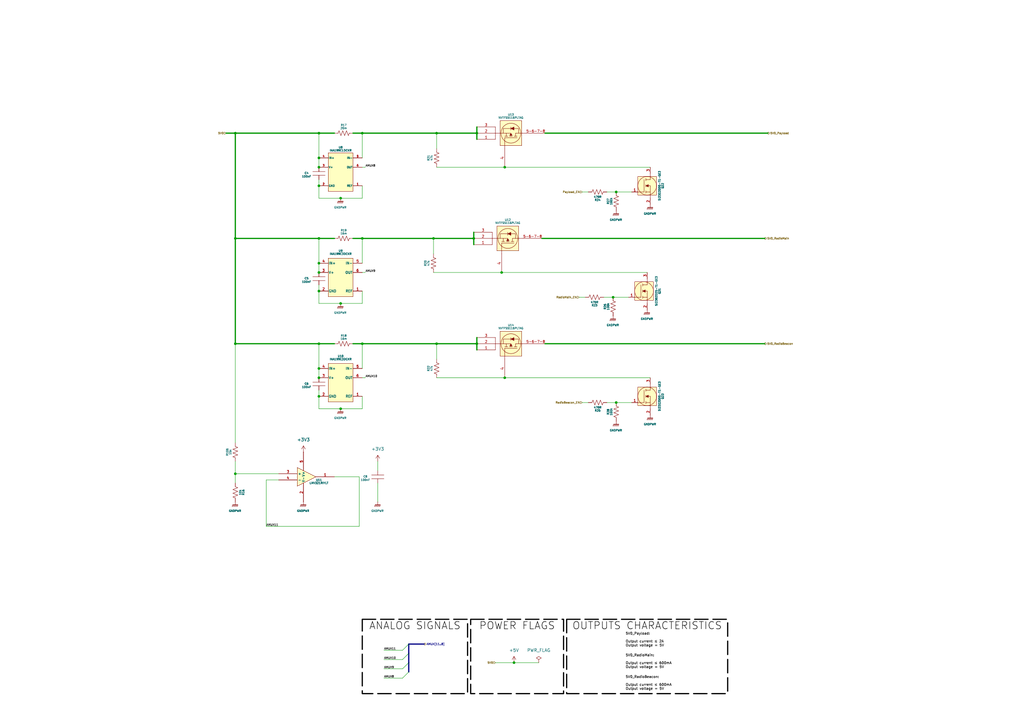
<source format=kicad_sch>
(kicad_sch (version 20231120) (generator "eeschema") (generator_version "8.0")
  (paper "A3")
  (title_block (title "Reliability Enhanced Electrical Power System") (date "2023-08-03") (rev "v0.0") (comment 1 "Davi Figueiredo <figueiredo.davi7@gmail.com> ") (comment 2 "João C. E. Barcellos <joaoclaudiobarcellos@gmail.com>") (comment 3 "Laura Debastiani <laudebastiani@gmail.com>"))
  (lib_symbols
    (symbol "C0603C104K5RACTU:C0603C104K5RACTU" (pin_numbers hide) (pin_names (offset 1.016) hide)
      (property "Reference" "C44" (at -5.08 -2.413 0))
      (property "Value" "100nF" (at -5.08 -3.81 0))
      (symbol "C0603C104K5RACTU_1_1"
        (polyline (pts (xy 2.54 -3.302) (xy -2.54 -3.302)))
        (polyline (pts (xy 2.54 -1.778) (xy -2.54 -1.778)))
        (pin passive line (at 0 0 270) (length 1.778) (name "1") (number "1"))
        (pin passive line (at 0 -5.08 90) (length 1.778) (name "2") (number "2"))
      )
    )
    (symbol "CRCW0603100KFKEAHP:CRCW0603100KFKEAHP" (pin_numbers hide) (pin_names hide)
      (property "Reference" "R?" (at 0 3.302 0))
      (property "Value" "100k" (at 0 2.032 0))
      (symbol "CRCW0603100KFKEAHP_0_1"
        (polyline (pts (xy -2.286 0) (xy -2.54 0)))
        (polyline (pts (xy 2.286 0) (xy 2.54 0)))
        (polyline (pts (xy -2.286 0) (xy -1.905 1.016) (xy -1.524 0) (xy -1.143 -1.016) (xy -0.762 0)))
        (polyline (pts (xy -0.762 0) (xy -0.381 1.016) (xy 0 0) (xy 0.381 -1.016) (xy 0.762 0)))
        (polyline (pts (xy 0.762 0) (xy 1.143 1.016) (xy 1.524 0) (xy 1.905 -1.016) (xy 2.286 0)))
      )
      (symbol "CRCW0603100KFKEAHP_1_0"
        (pin passive line (at -3.81 0 0) (length 1.27) (name "") (number "1"))
        (pin passive line (at 3.81 0 180) (length 1.27) (name "") (number "2"))
      )
    )
    (symbol "CRCW060315K0FKEAHP:CRCW060315K0FKEAHP" (pin_numbers hide) (pin_names hide)
      (property "Reference" "R?" (at 0 3.302 0))
      (property "Value" "15k" (at 0 2.032 0))
      (symbol "CRCW060315K0FKEAHP_0_1"
        (polyline (pts (xy -2.286 0) (xy -2.54 0)))
        (polyline (pts (xy 2.286 0) (xy 2.54 0)))
        (polyline (pts (xy -2.286 0) (xy -1.905 1.016) (xy -1.524 0) (xy -1.143 -1.016) (xy -0.762 0)))
        (polyline (pts (xy -0.762 0) (xy -0.381 1.016) (xy 0 0) (xy 0.381 -1.016) (xy 0.762 0)))
        (polyline (pts (xy 0.762 0) (xy 1.143 1.016) (xy 1.524 0) (xy 1.905 -1.016) (xy 2.286 0)))
      )
      (symbol "CRCW060315K0FKEAHP_1_0"
        (pin passive line (at -3.81 0 0) (length 1.27) (name "") (number "1"))
        (pin passive line (at 3.81 0 180) (length 1.27) (name "") (number "2"))
      )
    )
    (symbol "CRCW0603470RFKEAHP:CRCW0603470RFKEAHP" (pin_numbers hide) (pin_names hide)
      (property "Reference" "R?" (at 0 3.302 0))
      (property "Value" "470R" (at 0 2.032 0))
      (symbol "CRCW0603470RFKEAHP_0_1"
        (polyline (pts (xy -2.286 0) (xy -2.54 0)))
        (polyline (pts (xy 2.286 0) (xy 2.54 0)))
        (polyline (pts (xy -2.286 0) (xy -1.905 1.016) (xy -1.524 0) (xy -1.143 -1.016) (xy -0.762 0)))
        (polyline (pts (xy -0.762 0) (xy -0.381 1.016) (xy 0 0) (xy 0.381 -1.016) (xy 0.762 0)))
        (polyline (pts (xy 0.762 0) (xy 1.143 1.016) (xy 1.524 0) (xy 1.905 -1.016) (xy 2.286 0)))
      )
      (symbol "CRCW0603470RFKEAHP_1_0"
        (pin passive line (at -3.81 0 0) (length 1.27) (name "") (number "1"))
        (pin passive line (at 3.81 0 180) (length 1.27) (name "") (number "2"))
      )
    )
    (symbol "CRCW060347K0FKEAHP:CRCW060347K0FKEAHP" (pin_numbers hide) (pin_names hide)
      (property "Reference" "R?" (at 0 3.302 0))
      (property "Value" "47k" (at 0 2.032 0))
      (symbol "CRCW060347K0FKEAHP_0_1"
        (polyline (pts (xy -2.286 0) (xy -2.54 0)))
        (polyline (pts (xy 2.286 0) (xy 2.54 0)))
        (polyline (pts (xy -2.286 0) (xy -1.905 1.016) (xy -1.524 0) (xy -1.143 -1.016) (xy -0.762 0)))
        (polyline (pts (xy -0.762 0) (xy -0.381 1.016) (xy 0 0) (xy 0.381 -1.016) (xy 0.762 0)))
        (polyline (pts (xy 0.762 0) (xy 1.143 1.016) (xy 1.524 0) (xy 1.905 -1.016) (xy 2.286 0)))
      )
      (symbol "CRCW060347K0FKEAHP_1_0"
        (pin passive line (at -3.81 0 0) (length 1.27) (name "") (number "1"))
        (pin passive line (at 3.81 0 180) (length 1.27) (name "") (number "2"))
      )
    )
    (symbol "INA199C1DCKR:INA199C1DCKR" (pin_names (offset 0.127))
      (property "Reference" "U?" (at 0 10.668 0))
      (property "Value" "INA199C1DCKR" (at 0 9.398 0))
      (symbol "INA199C1DCKR_1_1"
        (rectangle (start -5.08 8.382) (end 5.08 -7.366) (fill (type background)))
        (pin input line (at 8.89 -5.08 180) (length 3.81) (name "REF") (number "1"))
        (pin power_in line (at -8.89 -5.08 0) (length 3.81) (name "GND") (number "2"))
        (pin power_in line (at -8.89 2.54 0) (length 3.81) (name "V+") (number "3"))
        (pin input line (at -8.89 6.35 0) (length 3.81) (name "IN+") (number "4"))
        (pin input line (at 8.89 6.35 180) (length 3.81) (name "IN-") (number "5"))
        (pin output line (at 8.89 2.54 180) (length 3.81) (name "OUT") (number "6"))
      )
    )
    (symbol "INA199C3DCKR:INA199C3DCKR" (pin_names (offset 0.127))
      (property "Reference" "U" (at 21.59 24.13 0))
      (property "Value" "INA199C3DCKR" (at 21.59 22.86 0))
      (symbol "INA199C3DCKR_1_1"
        (rectangle (start 16.51 21.082) (end 26.67 5.334) (fill (type background)))
        (pin input line (at 30.48 7.62 180) (length 3.81) (name "REF") (number "1"))
        (pin power_in line (at 12.7 7.62 0) (length 3.81) (name "GND") (number "2"))
        (pin power_in line (at 12.7 15.24 0) (length 3.81) (name "V+") (number "3"))
        (pin input line (at 12.7 19.05 0) (length 3.81) (name "IN+") (number "4"))
        (pin input line (at 30.48 19.05 180) (length 3.81) (name "IN-") (number "5"))
        (pin output line (at 30.48 15.24 180) (length 3.81) (name "OUT") (number "6"))
      )
    )
    (symbol "LMV321RIYLT:LMV321RIYLT" (pin_names (offset 0.254))
      (property "Reference" "U" (at 6.35 0 0))
      (property "Value" "LMV321RIYLT" (at 6.35 -1.27 0))
      (symbol "LMV321RIYLT_1_1"
        (polyline (pts (xy -2.54 5.08) (xy -2.54 -2.54) (xy 5.08 1.27) (xy -2.54 5.08)) (fill (type background)))
        (pin output line (at 12.7 1.27 180) (length 7.62) (name "") (number "1"))
        (pin power_in line (at 0 -8.89 90) (length 7.62) (name "V-") (number "2"))
        (pin input line (at -10.16 2.54 0) (length 7.62) (name "+") (number "3"))
        (pin input line (at -10.16 0 0) (length 7.62) (name "-") (number "4"))
        (pin power_in line (at 0 11.43 270) (length 7.62) (name "V+") (number "5"))
      )
    )
    (symbol "NVTFS5116PLWFTAG:NVTFS5116PLTAG" (pin_names (offset 0.254))
      (property "Reference" "U" (at 27.94 -13.97 90))
      (property "Value" "NVTFS5116PLTAG" (at 26.67 -13.97 90))
      (symbol "NVTFS5116PLTAG_0_1"
        (polyline (pts (xy 13.97 -16.51) (xy 18.415 -16.51)))
        (polyline (pts (xy 18.415 -11.43) (xy 18.415 -16.51)))
        (polyline (pts (xy 19.05 -16.51) (xy 19.05 -15.24)))
        (polyline (pts (xy 19.05 -15.875) (xy 20.32 -15.875)))
        (polyline (pts (xy 19.05 -14.605) (xy 19.05 -13.335)))
        (polyline (pts (xy 19.05 -13.97) (xy 20.32 -13.97)))
        (polyline (pts (xy 19.05 -12.7) (xy 19.05 -11.43)))
        (polyline (pts (xy 19.05 -12.065) (xy 20.32 -12.065)))
        (polyline (pts (xy 19.685 -13.462) (xy 19.685 -13.462)))
        (polyline (pts (xy 20.32 -13.97) (xy 20.32 -20.32)))
        (polyline (pts (xy 20.32 -12.065) (xy 20.32 -7.62)))
        (polyline (pts (xy 21.59 -13.97) (xy 22.86 -13.97)))
        (polyline (pts (xy 22.86 -20.32) (xy 17.78 -20.32)))
        (polyline (pts (xy 20.32 -10.795) (xy 22.225 -10.795) (xy 22.225 -17.145) (xy 20.32 -17.145)))
        (circle (center 20.32 -13.97) (radius 4.066))
      )
      (symbol "NVTFS5116PLTAG_1_1"
        (polyline (pts (xy 19.431 -13.462) (xy 19.431 -14.478) (xy 20.193 -13.97) (xy 19.431 -13.462)) (fill (type outline)))
        (polyline (pts (xy 21.59 -12.7) (xy 22.86 -12.7) (xy 22.225 -13.97) (xy 21.59 -12.7)) (fill (type outline)))
        (rectangle (start 15.24 -9.525) (end 25.4 -18.415) (fill (type background)))
        (pin passive line (at 17.78 -27.94 90) (length 7.62) (name "") (number "1"))
        (pin passive line (at 20.32 -27.94 90) (length 7.62) (name "") (number "2"))
        (pin passive line (at 22.86 -27.94 90) (length 7.62) (name "") (number "3"))
        (pin passive line (at 6.35 -16.51 0) (length 7.62) (name "") (number "4"))
        (pin passive line (at 20.32 0 270) (length 7.62) (name "") (number "5-6-7-8"))
      )
    )
    (symbol "RC0805FR-0710KL:RC0805FR-0710KL" (pin_numbers hide) (pin_names hide)
      (property "Reference" "R?" (at 0 3.302 0))
      (property "Value" "10k" (at 0 2.032 0))
      (symbol "RC0805FR-0710KL_0_1"
        (polyline (pts (xy -2.286 0) (xy -2.54 0)))
        (polyline (pts (xy 2.286 0) (xy 2.54 0)))
        (polyline (pts (xy -2.286 0) (xy -1.905 1.016) (xy -1.524 0) (xy -1.143 -1.016) (xy -0.762 0)))
        (polyline (pts (xy -0.762 0) (xy -0.381 1.016) (xy 0 0) (xy 0.381 -1.016) (xy 0.762 0)))
        (polyline (pts (xy 0.762 0) (xy 1.143 1.016) (xy 1.524 0) (xy 1.905 -1.016) (xy 2.286 0)))
      )
      (symbol "RC0805FR-0710KL_1_0"
        (pin passive line (at -3.81 0 0) (length 1.27) (name "") (number "1"))
        (pin passive line (at 3.81 0 180) (length 1.27) (name "") (number "2"))
      )
    )
    (symbol "SI2302DDS-T1-GE3:SI2302DDS-T1-GE3" (pin_names hide)
      (property "Reference" "Q" (at 12.7 2.54 90))
      (property "Value" "SI2302DDS-T1-GE3" (at 11.43 2.54 90))
      (symbol "SI2302DDS-T1-GE3_1_1"
        (polyline (pts (xy 2.54 0) (xy 5.08 0)))
        (polyline (pts (xy 5.08 5.08) (xy 5.08 0)))
        (polyline (pts (xy 5.842 -0.508) (xy 5.842 0.508)))
        (polyline (pts (xy 5.842 0) (xy 7.62 0)))
        (polyline (pts (xy 5.842 2.032) (xy 5.842 3.048)))
        (polyline (pts (xy 5.842 5.588) (xy 5.842 4.572)))
        (polyline (pts (xy 7.62 2.54) (xy 5.842 2.54)))
        (polyline (pts (xy 7.62 2.54) (xy 7.62 -2.54)))
        (polyline (pts (xy 7.62 5.08) (xy 5.842 5.08)))
        (polyline (pts (xy 7.62 5.08) (xy 7.62 7.62)))
        (polyline (pts (xy 5.842 2.54) (xy 6.858 3.048) (xy 6.858 2.032) (xy 5.842 2.54)) (fill (type outline)))
        (rectangle (start 2.54 6.35) (end 10.16 -1.27) (fill (type background)))
        (circle (center 6.35 2.54) (radius 3.81))
        (pin passive line (at 0 0 0) (length 2.54) (name "G") (number "1"))
        (pin passive line (at 7.62 -5.08 90) (length 2.54) (name "S") (number "2"))
        (pin passive line (at 7.62 10.16 270) (length 2.54) (name "D") (number "3"))
      )
    )
    (symbol "WSL2010R0160FEA:WSL2010R0160FEA" (pin_numbers hide) (pin_names hide)
      (property "Reference" "R?" (at 0 3.302 0))
      (property "Value" "16m" (at 0 2.032 0))
      (symbol "WSL2010R0160FEA_0_1"
        (polyline (pts (xy -2.286 0) (xy -2.54 0)))
        (polyline (pts (xy 2.286 0) (xy 2.54 0)))
        (polyline (pts (xy -2.286 0) (xy -1.905 1.016) (xy -1.524 0) (xy -1.143 -1.016) (xy -0.762 0)))
        (polyline (pts (xy -0.762 0) (xy -0.381 1.016) (xy 0 0) (xy 0.381 -1.016) (xy 0.762 0)))
        (polyline (pts (xy 0.762 0) (xy 1.143 1.016) (xy 1.524 0) (xy 1.905 -1.016) (xy 2.286 0)))
      )
      (symbol "WSL2010R0160FEA_1_0"
        (pin passive line (at -3.81 0 0) (length 1.27) (name "") (number "1"))
        (pin passive line (at 3.81 0 180) (length 1.27) (name "") (number "2"))
      )
    )
    (symbol "WSL2010R0200FEA:WSL2010R0200FEA" (pin_numbers hide) (pin_names hide)
      (property "Reference" "R?" (at 0 3.302 0))
      (property "Value" "20m" (at 0 2.032 0))
      (symbol "WSL2010R0200FEA_0_1"
        (polyline (pts (xy -2.286 0) (xy -2.54 0)))
        (polyline (pts (xy 2.286 0) (xy 2.54 0)))
        (polyline (pts (xy -2.286 0) (xy -1.905 1.016) (xy -1.524 0) (xy -1.143 -1.016) (xy -0.762 0)))
        (polyline (pts (xy -0.762 0) (xy -0.381 1.016) (xy 0 0) (xy 0.381 -1.016) (xy 0.762 0)))
        (polyline (pts (xy 0.762 0) (xy 1.143 1.016) (xy 1.524 0) (xy 1.905 -1.016) (xy 2.286 0)))
      )
      (symbol "WSL2010R0200FEA_1_0"
        (pin passive line (at -3.81 0 0) (length 1.27) (name "") (number "1"))
        (pin passive line (at 3.81 0 180) (length 1.27) (name "") (number "2"))
      )
    )
    (symbol "power:+3V3" (power) (pin_numbers hide) (pin_names (offset 0) hide)
      (property "Value" "+3V3" (at 0 3.556 0))
      (symbol "+3V3_0_1"
        (polyline (pts (xy -0.762 1.27) (xy 0 2.54)))
        (polyline (pts (xy 0 0) (xy 0 2.54)))
        (polyline (pts (xy 0 2.54) (xy 0.762 1.27)))
      )
      (symbol "+3V3_1_1"
        (pin power_in line (at 0 0 90) (length 0) (name "~") (number "1"))
      )
    )
    (symbol "power:+5V" (power) (pin_numbers hide) (pin_names (offset 0) hide)
      (property "Value" "+5V" (at 0 3.556 0))
      (symbol "+5V_0_1"
        (polyline (pts (xy -0.762 1.27) (xy 0 2.54)))
        (polyline (pts (xy 0 0) (xy 0 2.54)))
        (polyline (pts (xy 0 2.54) (xy 0.762 1.27)))
      )
      (symbol "+5V_1_1"
        (pin power_in line (at 0 0 90) (length 0) (name "~") (number "1"))
      )
    )
    (symbol "power:GNDPWR" (power) (pin_numbers hide) (pin_names (offset 0) hide)
      (property "Value" "GNDPWR" (at 0 -3.302 0))
      (symbol "GNDPWR_0_1"
        (polyline (pts (xy 0 -1.27) (xy 0 0)))
        (polyline (pts (xy -1.016 -1.27) (xy -1.27 -2.032) (xy -1.27 -2.032)) (stroke (width 0.2032)))
        (polyline (pts (xy -0.508 -1.27) (xy -0.762 -2.032) (xy -0.762 -2.032)) (stroke (width 0.2032)))
        (polyline (pts (xy 0 -1.27) (xy -0.254 -2.032) (xy -0.254 -2.032)) (stroke (width 0.2032)))
        (polyline (pts (xy 0.508 -1.27) (xy 0.254 -2.032) (xy 0.254 -2.032)) (stroke (width 0.2032)))
        (polyline (pts (xy 1.016 -1.27) (xy -1.016 -1.27) (xy -1.016 -1.27)) (stroke (width 0.2032)))
        (polyline (pts (xy 1.016 -1.27) (xy 0.762 -2.032) (xy 0.762 -2.032) (xy 0.762 -2.032)) (stroke (width 0.2032)))
      )
      (symbol "GNDPWR_1_1"
        (pin power_in line (at 0 0 270) (length 0) (name "~") (number "1"))
      )
    )
    (symbol "power:PWR_FLAG" (power) (pin_numbers hide) (pin_names (offset 0) hide)
      (property "Value" "PWR_FLAG" (at 0 3.81 0))
      (symbol "PWR_FLAG_0_0"
        (pin power_out line (at 0 0 90) (length 0) (name "~") (number "1"))
      )
      (symbol "PWR_FLAG_0_1"
        (polyline (pts (xy 0 0) (xy 0 1.27) (xy -1.016 1.905) (xy 0 2.54) (xy 1.016 1.905) (xy 0 1.27)))
      )
    )
  )
  (junction (at 130.81 68.58))
  (junction (at 130.81 54.61))
  (junction (at 130.81 76.2))
  (junction (at 130.81 107.95))
  (junction (at 130.81 140.97))
  (junction (at 96.52 140.97))
  (junction (at 148.59 140.97))
  (junction (at 195.58 140.97))
  (junction (at 139.7 167.64))
  (junction (at 139.7 81.28))
  (junction (at 130.81 154.94))
  (junction (at 148.59 54.61))
  (junction (at 194.31 97.79))
  (junction (at 179.07 140.97))
  (junction (at 130.81 151.13))
  (junction (at 251.46 121.92))
  (junction (at 207.01 68.58))
  (junction (at 210.82 271.78))
  (junction (at 177.8 97.79))
  (junction (at 207.01 154.94))
  (junction (at 130.81 162.56))
  (junction (at 96.52 54.61))
  (junction (at 130.81 64.77))
  (junction (at 96.52 194.31))
  (junction (at 130.81 119.38))
  (junction (at 252.73 78.74))
  (junction (at 130.81 97.79))
  (junction (at 139.7 124.46))
  (junction (at 205.74 111.76))
  (junction (at 252.73 165.1))
  (junction (at 195.58 54.61))
  (junction (at 96.52 97.79))
  (junction (at 179.07 54.61))
  (junction (at 130.81 111.76))
  (junction (at 148.59 97.79))
  (bus_entry (at 165.1 266.7) (size 2.54 -2.54))
  (bus_entry (at 165.1 278.13) (size 2.54 -2.54))
  (bus_entry (at 165.1 274.32) (size 2.54 -2.54))
  (bus_entry (at 165.1 270.51) (size 2.54 -2.54))
  (wire (pts (xy 165.1 266.7) (xy 157.48 266.7)))
  (wire (pts (xy 148.59 162.56) (xy 148.59 167.64)))
  (wire (pts (xy 130.81 107.95) (xy 130.81 111.76)))
  (wire (pts (xy 148.59 124.46) (xy 139.7 124.46)))
  (wire (pts (xy 130.81 54.61) (xy 137.16 54.61)) (stroke (width 0.5)))
  (wire (pts (xy 130.81 54.61) (xy 130.81 64.77)))
  (wire (pts (xy 252.73 78.74) (xy 259.08 78.74)))
  (wire (pts (xy 165.1 274.32) (xy 157.48 274.32)))
  (wire (pts (xy 96.52 97.79) (xy 130.81 97.79)) (stroke (width 0.5)))
  (wire (pts (xy 144.78 140.97) (xy 148.59 140.97)) (stroke (width 0.5)))
  (wire (pts (xy 148.59 54.61) (xy 148.59 64.77)))
  (wire (pts (xy 148.59 97.79) (xy 177.8 97.79)) (stroke (width 0.5)))
  (wire (pts (xy 165.1 278.13) (xy 157.48 278.13)))
  (wire (pts (xy 130.81 97.79) (xy 130.81 107.95)))
  (wire (pts (xy 148.59 76.2) (xy 148.59 81.28)))
  (wire (pts (xy 148.59 54.61) (xy 179.07 54.61)) (stroke (width 0.5)))
  (wire (pts (xy 207.01 154.94) (xy 266.7 154.94)))
  (wire (pts (xy 179.07 154.94) (xy 207.01 154.94)))
  (wire (pts (xy 148.59 167.64) (xy 139.7 167.64)))
  (wire (pts (xy 223.52 140.97) (xy 313.69 140.97)) (stroke (width 0.5)))
  (wire (pts (xy 130.81 167.64) (xy 139.7 167.64)))
  (wire (pts (xy 148.59 140.97) (xy 179.07 140.97)) (stroke (width 0.5)))
  (wire (pts (xy 241.3 165.1) (xy 238.76 165.1)))
  (wire (pts (xy 248.92 78.74) (xy 252.73 78.74)))
  (wire (pts (xy 96.52 189.23) (xy 96.52 194.31)))
  (wire (pts (xy 207.01 68.58) (xy 266.7 68.58)))
  (wire (pts (xy 144.78 97.79) (xy 148.59 97.79)) (stroke (width 0.5)))
  (wire (pts (xy 177.8 97.79) (xy 177.8 104.14)))
  (wire (pts (xy 96.52 54.61) (xy 130.81 54.61)) (stroke (width 0.5)))
  (wire (pts (xy 130.81 116.84) (xy 130.81 119.38)))
  (wire (pts (xy 114.3 196.85) (xy 109.22 196.85)))
  (wire (pts (xy 130.81 151.13) (xy 130.81 154.94)))
  (wire (pts (xy 241.3 78.74) (xy 238.76 78.74)))
  (wire (pts (xy 130.81 64.77) (xy 130.81 68.58)))
  (wire (pts (xy 177.8 111.76) (xy 205.74 111.76)))
  (wire (pts (xy 96.52 97.79) (xy 96.52 140.97)) (stroke (width 0.5)))
  (wire (pts (xy 148.59 97.79) (xy 148.59 107.95)))
  (wire (pts (xy 195.58 138.43) (xy 195.58 140.97)) (stroke (width 0.5)))
  (wire (pts (xy 251.46 121.92) (xy 257.81 121.92)))
  (wire (pts (xy 130.81 160.02) (xy 130.81 162.56)))
  (wire (pts (xy 240.03 121.92) (xy 237.49 121.92)))
  (wire (pts (xy 130.81 124.46) (xy 139.7 124.46)))
  (wire (pts (xy 130.81 162.56) (xy 130.81 167.64)))
  (wire (pts (xy 179.07 140.97) (xy 179.07 147.32)))
  (wire (pts (xy 92.71 54.61) (xy 96.52 54.61)) (stroke (width 0.5)))
  (wire (pts (xy 252.73 165.1) (xy 259.08 165.1)))
  (wire (pts (xy 148.59 119.38) (xy 148.59 124.46)))
  (wire (pts (xy 210.82 271.78) (xy 220.98 271.78)))
  (wire (pts (xy 247.65 121.92) (xy 251.46 121.92)))
  (wire (pts (xy 165.1 270.51) (xy 157.48 270.51)))
  (wire (pts (xy 109.22 215.9) (xy 147.32 215.9)))
  (wire (pts (xy 148.59 154.94) (xy 149.86 154.94)))
  (bus (pts (xy 167.64 271.78) (xy 167.64 275.59)) (stroke (width 0.5)))
  (wire (pts (xy 109.22 196.85) (xy 109.22 215.9)))
  (wire (pts (xy 96.52 194.31) (xy 96.52 198.12)))
  (wire (pts (xy 195.58 54.61) (xy 195.58 57.15)) (stroke (width 0.5)))
  (wire (pts (xy 148.59 140.97) (xy 148.59 151.13)))
  (bus (pts (xy 167.64 264.16) (xy 167.64 267.97)) (stroke (width 0.5)))
  (wire (pts (xy 177.8 97.79) (xy 194.31 97.79)) (stroke (width 0.5)))
  (wire (pts (xy 223.52 54.61) (xy 314.96 54.61)) (stroke (width 0.5)))
  (wire (pts (xy 154.94 198.12) (xy 154.94 205.74)))
  (wire (pts (xy 203.2 271.78) (xy 210.82 271.78)))
  (wire (pts (xy 195.58 52.07) (xy 195.58 54.61)) (stroke (width 0.5)))
  (wire (pts (xy 194.31 97.79) (xy 194.31 100.33)) (stroke (width 0.5)))
  (wire (pts (xy 130.81 119.38) (xy 130.81 124.46)))
  (wire (pts (xy 130.81 73.66) (xy 130.81 76.2)))
  (bus (pts (xy 173.99 264.16) (xy 167.64 264.16)) (stroke (width 0.5)))
  (wire (pts (xy 130.81 81.28) (xy 130.81 76.2)))
  (wire (pts (xy 148.59 68.58) (xy 149.86 68.58)))
  (wire (pts (xy 148.59 81.28) (xy 139.7 81.28)))
  (wire (pts (xy 147.32 195.58) (xy 147.32 215.9)))
  (wire (pts (xy 194.31 95.25) (xy 194.31 97.79)) (stroke (width 0.5)))
  (wire (pts (xy 195.58 140.97) (xy 195.58 143.51)) (stroke (width 0.5)))
  (wire (pts (xy 130.81 81.28) (xy 139.7 81.28)))
  (wire (pts (xy 137.16 195.58) (xy 147.32 195.58)))
  (wire (pts (xy 179.07 54.61) (xy 179.07 60.96)))
  (wire (pts (xy 179.07 68.58) (xy 207.01 68.58)))
  (wire (pts (xy 130.81 140.97) (xy 130.81 151.13)))
  (wire (pts (xy 205.74 111.76) (xy 265.43 111.76)))
  (wire (pts (xy 130.81 140.97) (xy 137.16 140.97)) (stroke (width 0.5)))
  (wire (pts (xy 248.92 165.1) (xy 252.73 165.1)))
  (wire (pts (xy 148.59 111.76) (xy 149.86 111.76)))
  (wire (pts (xy 154.94 189.23) (xy 154.94 193.04)))
  (wire (pts (xy 144.78 54.61) (xy 148.59 54.61)) (stroke (width 0.5)))
  (wire (pts (xy 96.52 140.97) (xy 96.52 181.61)))
  (wire (pts (xy 130.81 97.79) (xy 137.16 97.79)) (stroke (width 0.5)))
  (wire (pts (xy 96.52 54.61) (xy 96.52 97.79)) (stroke (width 0.5)))
  (bus (pts (xy 167.64 267.97) (xy 167.64 271.78)) (stroke (width 0.5)))
  (wire (pts (xy 222.25 97.79) (xy 313.69 97.79)) (stroke (width 0.5)))
  (wire (pts (xy 179.07 54.61) (xy 195.58 54.61)) (stroke (width 0.5)))
  (wire (pts (xy 96.52 194.31) (xy 114.3 194.31)))
  (wire (pts (xy 96.52 140.97) (xy 130.81 140.97)) (stroke (width 0.5)))
  (wire (pts (xy 179.07 140.97) (xy 195.58 140.97)) (stroke (width 0.5)))
  (rectangle (start 232.41 254) (end 298.45 284.48) (stroke (width 0.5) (type dash) (color 0 0 0 1)))
  (rectangle (start 148.59 254) (end 191.77 284.48) (stroke (width 0.5) (type dash) (color 0 0 0 1)))
  (rectangle (start 193.04 254) (end 231.14 284.48) (stroke (width 0.5) (type dash) (color 0 0 0 1)))
  (text_box "ANALOG SIGNALS" (at 148.59 254 0) (size 43.18 5.08) (stroke (width -0.0001)) (effects (font (size 3 3) (thickness 0.2) (bold yes))))
  (text_box "POWER FLAGS" (at 193.04 254 0) (size 38.1 5.08) (stroke (width -0.0001)) (effects (font (size 3 3) (thickness 0.2) (bold yes))))
  (text_box "OUTPUTS CHARACTERISTICS" (at 232.41 254 0) (size 66.04 5.08) (stroke (width -0.0001)) (effects (font (size 3 3) (thickness 0.2) (bold yes))))
  (text "5V0_RadioMain: \n\nOutput current ≤ 600mA\nOutput voltage = 5V" (at 256.54 274.32 0) (effects (font (size 1 1)) (justify left bottom)))
  (text "5V0_Payload: \n\nOutput current ≤ 2A\nOutput voltage = 5V\n" (at 256.54 265.43 0) (effects (font (size 1 1)) (justify left bottom)))
  (text "5V0_RadioBeacon:\n\nOutput current ≤ 600mA\nOutput voltage = 5V\n" (at 256.54 283.21 0) (effects (font (size 1 1)) (justify left bottom)))
  (label "AMUX8" (at 157.48 278.13 0) (effects (font (size 0.8 0.8))))
  (label "AMUX9" (at 157.48 274.32 0) (effects (font (size 0.8 0.8))))
  (label "AMUX10" (at 149.86 154.94 0) (effects (font (size 0.8 0.8))))
  (label "AMUX11" (at 157.48 266.7 0) (effects (font (size 0.8 0.8))))
  (label "AMUX8" (at 149.86 68.58 0) (effects (font (size 0.8 0.8))))
  (label "AMUX10" (at 157.48 270.51 0) (effects (font (size 0.8 0.8))))
  (label "AMUX11" (at 109.22 215.9 0) (effects (font (size 0.8 0.8))))
  (label "AMUX9" (at 149.86 111.76 0) (effects (font (size 0.8 0.8))))
  (hierarchical_label "AMUX[11..8]" (shape output) (at 173.99 264.16 0) (effects (font (size 0.8 0.8))))
  (hierarchical_label "5V0" (shape input) (at 203.2 271.78 180) (effects (font (size 0.8 0.8))))
  (hierarchical_label "5V0_RadioMain" (shape output) (at 313.69 97.79 0) (effects (font (size 0.8 0.8))))
  (hierarchical_label "5V0_Payload" (shape output) (at 314.96 54.61 0) (effects (font (size 0.8 0.8))))
  (hierarchical_label "RadioMain_EN" (shape input) (at 237.49 121.92 180) (effects (font (size 0.8 0.8))))
  (hierarchical_label "5V0_RadioBeacon" (shape output) (at 313.69 140.97 0) (effects (font (size 0.8 0.8))))
  (hierarchical_label "5V0" (shape input) (at 92.71 54.61 180) (effects (font (size 0.8 0.8))))
  (hierarchical_label "Payload_EN" (shape input) (at 238.76 78.74 180) (effects (font (size 0.8 0.8))))
  (hierarchical_label "RadioBeacon_EN" (shape input) (at 238.76 165.1 180) (effects (font (size 0.8 0.8))))
  (symbol (lib_id "NVTFS5116PLWFTAG:NVTFS5116PLTAG") (at 223.52 161.29 270) (mirror x) (unit 1)
    (property "Reference" "U14" (at 209.55 133.35 90) (effects (font (size 0.8 0.8))))
    (property "Value" "NVTFS5116PLTAG" (at 209.55 134.62 90) (effects (font (size 0.8 0.8))))
    (property "Footprint" "footprints:NVTFS5116PLTAG" (effects (hide yes)))
    (property "Datasheet" "https://br.mouser.com/datasheet/2/308/1/NVTFS5116PL_D-2319932.pdf" (effects (hide yes)))
    (property "Package" "WDFN-8 " (effects (hide yes)))
    (property "MPN" "NVTFS5116PLTAG" (effects (hide yes)))
    (property "Manufacturer" "onsemi" (effects (hide yes)))
  )
  (symbol (lib_id "CRCW060315K0FKEAHP:CRCW060315K0FKEAHP") (at 96.52 185.42 90) (unit 1)
    (property "Reference" "R106" (at 93.218 185.42 0) (effects (font (size 0.8 0.8))))
    (property "Value" "15k" (at 94.488 185.42 0) (effects (font (size 0.8 0.8))))
    (property "Footprint" "footprints:CRCW060315K0FKEAHP" (effects (hide yes)))
    (property "Datasheet" "https://www.vishay.com/docs/20043/crcwhpe3.pdf" (effects (hide yes)))
    (property "Description" "Resistor, 0.33W, 15k, 1%" (effects (hide yes)))
    (property "Manufacturer" "Vishay" (effects (hide yes)))
    (property "Package" "SMD 0603" (effects (hide yes)))
    (property "MPN" "CRCW060315K0FKEAHP" (effects (hide yes)))
  )
  (symbol (lib_id "NVTFS5116PLWFTAG:NVTFS5116PLTAG") (at 222.25 118.11 270) (mirror x) (unit 1)
    (property "Reference" "U12" (at 208.28 90.17 90) (effects (font (size 0.8 0.8))))
    (property "Value" "NVTFS5116PLTAG" (at 208.28 91.44 90) (effects (font (size 0.8 0.8))))
    (property "Footprint" "footprints:NVTFS5116PLTAG" (effects (hide yes)))
    (property "Datasheet" "https://br.mouser.com/datasheet/2/308/1/NVTFS5116PL_D-2319932.pdf" (effects (hide yes)))
    (property "Package" "WDFN-8 " (effects (hide yes)))
    (property "MPN" "NVTFS5116PLTAG" (effects (hide yes)))
    (property "Manufacturer" "onsemi" (effects (hide yes)))
  )
  (symbol (lib_id "WSL2010R0160FEA:WSL2010R0160FEA") (at 140.97 140.97 0) (unit 1)
    (property "Reference" "R18" (at 140.97 137.668 0) (effects (font (size 0.8 0.8))))
    (property "Value" "16m" (at 140.97 138.938 0) (effects (font (size 0.8 0.8))))
    (property "Footprint" "footprints:WSL2010R0160FEA" (effects (hide yes)))
    (property "Datasheet" "https://www.vishay.com/docs/30100/wsl.pdf" (effects (hide yes)))
    (property "Description" "Current sense resistor, 0.5W, 0.016R, 1%" (effects (hide yes)))
    (property "MPN" "WSL2010R0160FEA" (effects (hide yes)))
    (property "Package" "SMD 2010" (effects (hide yes)))
    (property "Manufacturer" "Vishay" (effects (hide yes)))
  )
  (symbol (lib_id "power:+3V3") (at 124.46 185.42 0) (unit 1)
    (property "Reference" "#PWR014" (effects (hide yes)))
    (property "Value" "+3V3" (at 124.46 180.34 0))
    (property "Description" "Power symbol creates a global label with name \"+3V3\"" (effects (hide yes)))
  )
  (symbol (lib_id "CRCW060347K0FKEAHP:CRCW060347K0FKEAHP") (at 179.07 151.13 90) (unit 1)
    (property "Reference" "R22" (at 175.768 151.13 0) (effects (font (size 0.8 0.8))))
    (property "Value" "47k" (at 177.038 151.13 0) (effects (font (size 0.8 0.8))))
    (property "Footprint" "footprints:CRCW060347K0FKEAHP" (effects (hide yes)))
    (property "Datasheet" "https://www.vishay.com/docs/20043/crcwhpe3.pdf" (effects (hide yes)))
    (property "Description" "Resistor, 0.33W, 47k, 1%" (effects (hide yes)))
    (property "Manufacturer" "Vishay" (effects (hide yes)))
    (property "Package" "SMD 0603" (effects (hide yes)))
    (property "MPN" "CRCW060347K0FKEAHP" (effects (hide yes)))
    (instances (project "eps-re_project" (path "" (reference "R22") (unit 1))) (project "EPS Analogico" (path "" (reference "R2") (unit 1))))
  )
  (symbol (lib_id "NVTFS5116PLWFTAG:NVTFS5116PLTAG") (at 223.52 74.93 270) (mirror x) (unit 1)
    (property "Reference" "U13" (at 209.55 46.99 90) (effects (font (size 0.8 0.8))))
    (property "Value" "NVTFS5116PLTAG" (at 209.55 48.26 90) (effects (font (size 0.8 0.8))))
    (property "Footprint" "footprints:NVTFS5116PLTAG" (effects (hide yes)))
    (property "Datasheet" "https://br.mouser.com/datasheet/2/308/1/NVTFS5116PL_D-2319932.pdf" (effects (hide yes)))
    (property "Package" "WDFN-8 " (effects (hide yes)))
    (property "MPN" "NVTFS5116PLTAG" (effects (hide yes)))
    (property "Manufacturer" "onsemi" (effects (hide yes)))
  )
  (symbol (lib_id "CRCW060347K0FKEAHP:CRCW060347K0FKEAHP") (at 179.07 64.77 90) (unit 1)
    (property "Reference" "R21" (at 175.768 64.77 0) (effects (font (size 0.8 0.8))))
    (property "Value" "47k" (at 177.038 64.77 0) (effects (font (size 0.8 0.8))))
    (property "Footprint" "footprints:CRCW060347K0FKEAHP" (effects (hide yes)))
    (property "Datasheet" "https://www.vishay.com/docs/20043/crcwhpe3.pdf" (effects (hide yes)))
    (property "Description" "Resistor, 0.33W, 47k, 1%" (effects (hide yes)))
    (property "Manufacturer" "Vishay" (effects (hide yes)))
    (property "Package" "SMD 0603" (effects (hide yes)))
    (property "MPN" "CRCW060347K0FKEAHP" (effects (hide yes)))
    (instances (project "eps-re_project" (path "" (reference "R21") (unit 1))) (project "EPS Analogico" (path "" (reference "R2") (unit 1))))
  )
  (symbol (lib_id "CRCW0603470RFKEAHP:CRCW0603470RFKEAHP") (at 245.11 165.1 180) (unit 1)
    (property "Reference" "R25" (at 245.11 168.402 0) (effects (font (size 0.8 0.8))))
    (property "Value" "470R" (at 245.11 167.132 0) (effects (font (size 0.8 0.8))))
    (property "Footprint" "footprints:CRCW0603470RFKEAHP" (effects (hide yes)))
    (property "Datasheet" "https://www.vishay.com/docs/20043/crcwhpe3.pdf" (effects (hide yes)))
    (property "Description" "Resistor, 0.33W, 470R, 1%" (effects (hide yes)))
    (property "Manufacturer" "Vishay" (effects (hide yes)))
    (property "Package" "SMD 0603" (effects (hide yes)))
    (property "MPN" "CRCW0603470RFKEAHP" (effects (hide yes)))
    (instances (project "eps-re_project" (path "" (reference "R25") (unit 1))) (project "EPS Analogico" (path "" (reference "R4") (unit 1))))
  )
  (symbol (lib_id "power:GNDPWR") (at 139.7 167.64 0) (unit 1)
    (property "Reference" "#PWR024" (effects (hide yes)))
    (property "Value" "GNDPWR" (at 139.573 171.45 0) (effects (font (size 0.8 0.8))))
    (property "Description" "Power symbol creates a global label with name \"GNDPWR\" , global ground" (effects (hide yes)))
  )
  (symbol (lib_id "power:GNDPWR") (at 139.7 124.46 0) (unit 1)
    (property "Reference" "#PWR020" (effects (hide yes)))
    (property "Value" "GNDPWR" (at 139.573 128.27 0) (effects (font (size 0.8 0.8))))
    (property "Description" "Power symbol creates a global label with name \"GNDPWR\" , global ground" (effects (hide yes)))
  )
  (symbol (lib_id "C0603C104K5RACTU:C0603C104K5RACTU") (at 154.94 193.04 0) (unit 1)
    (property "Reference" "C8" (at 149.86 195.453 0) (effects (font (size 0.8 0.8))))
    (property "Value" "100nF" (at 149.86 196.85 0) (effects (font (size 0.8 0.8))))
    (property "Footprint" "footprints:C0603C104K5RACTU" (effects (hide yes)))
    (property "Datasheet" "https://br.mouser.com/datasheet/2/447/KEM_C1002_X7R_SMD-3316098.pdf" (effects (hide yes)))
    (property "Manufacturer" "KEMET" (effects (hide yes)))
    (property "MPN" "C0603C104K5RACTU" (effects (hide yes)))
    (property "Package" "SMD 0603" (effects (hide yes)))
  )
  (symbol (lib_id "SI2302DDS-T1-GE3:SI2302DDS-T1-GE3") (at 259.08 165.1 0) (unit 1)
    (property "Reference" "Q23" (at 271.78 162.56 90) (effects (font (size 0.8 0.8))))
    (property "Value" "SI2302DDS-T1-GE3" (at 270.51 162.56 90) (effects (font (size 0.8 0.8))))
    (property "Footprint" "footprints:SI2302DDS-T1-GE3" (effects (hide yes)))
    (property "Datasheet" "http://www.vishay.com/docs/63653/si2302dds.pdf" (effects (hide yes)))
    (property "Manufacturer" "Vishay" (effects (hide yes)))
    (property "MPN" "SI2302DDS-T1-GE3" (effects (hide yes)))
    (property "Package" "SOT-23-3 " (effects (hide yes)))
  )
  (symbol (lib_id "CRCW0603100KFKEAHP:CRCW0603100KFKEAHP") (at 252.73 82.55 90) (unit 1)
    (property "Reference" "R27" (at 249.428 82.55 0) (effects (font (size 0.8 0.8))))
    (property "Value" "100k" (at 250.698 82.55 0) (effects (font (size 0.8 0.8))))
    (property "Footprint" "footprints:CRCW0603100KFKEAHP" (effects (hide yes)))
    (property "Datasheet" "https://www.vishay.com/docs/20043/crcwhpe3.pdf" (effects (hide yes)))
    (property "Description" "Resistor, 0.33W, 100k, 1%" (effects (hide yes)))
    (property "Package" "SMD 0603" (effects (hide yes)))
    (property "Manufacturer" "Vishay" (effects (hide yes)))
    (property "MPN" "CRCW0603100KFKEAHP" (effects (hide yes)))
    (instances (project "eps-re_project" (path "" (reference "R27") (unit 1))) (project "EPS Analogico" (path "" (reference "R3") (unit 1))))
  )
  (symbol (lib_id "power:GNDPWR") (at 252.73 172.72 0) (unit 1)
    (property "Reference" "#PWR033" (effects (hide yes)))
    (property "Value" "GNDPWR" (at 252.603 176.53 0) (effects (font (size 0.8 0.8))))
    (property "Description" "Power symbol creates a global label with name \"GNDPWR\" , global ground" (effects (hide yes)))
  )
  (symbol (lib_id "power:GNDPWR") (at 266.7 170.18 0) (unit 1)
    (property "Reference" "#PWR075" (effects (hide yes)))
    (property "Value" "GNDPWR" (at 266.573 173.99 0) (effects (font (size 0.8 0.8))))
    (property "Description" "Power symbol creates a global label with name \"GNDPWR\" , global ground" (effects (hide yes)))
  )
  (symbol (lib_id "power:GNDPWR") (at 124.46 205.74 0) (unit 1)
    (property "Reference" "#PWR017" (effects (hide yes)))
    (property "Value" "GNDPWR" (at 124.333 209.55 0) (effects (font (size 0.8 0.8))))
    (property "Description" "Power symbol creates a global label with name \"GNDPWR\" , global ground" (effects (hide yes)))
  )
  (symbol (lib_id "C0603C104K5RACTU:C0603C104K5RACTU") (at 130.81 154.94 0) (unit 1)
    (property "Reference" "C6" (at 125.73 157.353 0) (effects (font (size 0.8 0.8))))
    (property "Value" "100nF" (at 125.73 158.75 0) (effects (font (size 0.8 0.8))))
    (property "Footprint" "footprints:C0603C104K5RACTU" (effects (hide yes)))
    (property "Datasheet" "https://br.mouser.com/datasheet/2/447/KEM_C1002_X7R_SMD-3316098.pdf" (effects (hide yes)))
    (property "Manufacturer" "KEMET" (effects (hide yes)))
    (property "MPN" "C0603C104K5RACTU" (effects (hide yes)))
    (property "Package" "SMD 0603" (effects (hide yes)))
    (instances (project "eps-re_project" (path "" (reference "C6") (unit 1))) (project "EPS Analogico" (path "" (reference "C1") (unit 1))))
  )
  (symbol (lib_id "INA199C3DCKR:INA199C3DCKR") (at 118.11 127 0) (unit 1)
    (property "Reference" "U9" (at 139.7 102.87 0) (effects (font (size 0.8 0.8))))
    (property "Value" "INA199C3DCKR" (at 139.7 104.14 0) (effects (font (size 0.8 0.8))))
    (property "Footprint" "footprints:INA199C3DCKR" (effects (hide yes)))
    (property "Datasheet" "https://www.ti.com/lit/ds/symlink/ina199.pdf?HQS=dis-mous-null-mousermode-dsf-pf-null-wwe&ts=1699134415152" (effects (hide yes)))
    (property "Package" "SC70-6" (effects (hide yes)))
    (property "Manufacturer" "TI" (effects (hide yes)))
    (property "MPN" "INA199C3DCKR" (effects (hide yes)))
  )
  (symbol (lib_id "power:PWR_FLAG") (at 220.98 271.78 0) (unit 1)
    (property "Reference" "#FLG011" (effects (hide yes)))
    (property "Value" "PWR_FLAG" (at 220.98 266.7 0))
    (property "Description" "Special symbol for telling ERC where power comes from" (effects (hide yes)))
  )
  (symbol (lib_id "WSL2010R0160FEA:WSL2010R0160FEA") (at 140.97 97.79 0) (unit 1)
    (property "Reference" "R19" (at 140.97 94.488 0) (effects (font (size 0.8 0.8))))
    (property "Value" "16m" (at 140.97 95.758 0) (effects (font (size 0.8 0.8))))
    (property "Footprint" "footprints:WSL2010R0160FEA" (effects (hide yes)))
    (property "Datasheet" "https://www.vishay.com/docs/30100/wsl.pdf" (effects (hide yes)))
    (property "Description" "Current sense resistor, 0.5W, 0.016R, 1%" (effects (hide yes)))
    (property "MPN" "WSL2010R0160FEA" (effects (hide yes)))
    (property "Package" "SMD 2010" (effects (hide yes)))
    (property "Manufacturer" "Vishay" (effects (hide yes)))
  )
  (symbol (lib_id "power:GNDPWR") (at 252.73 86.36 0) (unit 1)
    (property "Reference" "#PWR028" (effects (hide yes)))
    (property "Value" "GNDPWR" (at 252.603 90.17 0) (effects (font (size 0.8 0.8))))
    (property "Description" "Power symbol creates a global label with name \"GNDPWR\" , global ground" (effects (hide yes)))
  )
  (symbol (lib_id "power:+3V3") (at 154.94 189.23 0) (unit 1)
    (property "Reference" "#PWR025" (effects (hide yes)))
    (property "Value" "+3V3" (at 154.94 184.15 0))
    (property "Description" "Power symbol creates a global label with name \"+3V3\"" (effects (hide yes)))
  )
  (symbol (lib_id "SI2302DDS-T1-GE3:SI2302DDS-T1-GE3") (at 257.81 121.92 0) (unit 1)
    (property "Reference" "Q21" (at 270.51 119.38 90) (effects (font (size 0.8 0.8))))
    (property "Value" "SI2302DDS-T1-GE3" (at 269.24 119.38 90) (effects (font (size 0.8 0.8))))
    (property "Footprint" "footprints:SI2302DDS-T1-GE3" (effects (hide yes)))
    (property "Datasheet" "http://www.vishay.com/docs/63653/si2302dds.pdf" (effects (hide yes)))
    (property "Manufacturer" "Vishay" (effects (hide yes)))
    (property "MPN" "SI2302DDS-T1-GE3" (effects (hide yes)))
    (property "Package" "SOT-23-3 " (effects (hide yes)))
  )
  (symbol (lib_id "C0603C104K5RACTU:C0603C104K5RACTU") (at 130.81 111.76 0) (unit 1)
    (property "Reference" "C5" (at 125.73 114.173 0) (effects (font (size 0.8 0.8))))
    (property "Value" "100nF" (at 125.73 115.57 0) (effects (font (size 0.8 0.8))))
    (property "Footprint" "footprints:C0603C104K5RACTU" (effects (hide yes)))
    (property "Datasheet" "https://br.mouser.com/datasheet/2/447/KEM_C1002_X7R_SMD-3316098.pdf" (effects (hide yes)))
    (property "Manufacturer" "KEMET" (effects (hide yes)))
    (property "MPN" "C0603C104K5RACTU" (effects (hide yes)))
    (property "Package" "SMD 0603" (effects (hide yes)))
    (instances (project "eps-re_project" (path "" (reference "C5") (unit 1))) (project "EPS Analogico" (path "" (reference "C1") (unit 1))))
  )
  (symbol (lib_id "power:GNDPWR") (at 96.52 205.74 0) (unit 1)
    (property "Reference" "#PWR026" (effects (hide yes)))
    (property "Value" "GNDPWR" (at 96.393 209.55 0) (effects (font (size 0.8 0.8))))
    (property "Description" "Power symbol creates a global label with name \"GNDPWR\" , global ground" (effects (hide yes)))
  )
  (symbol (lib_id "power:GNDPWR") (at 251.46 129.54 0) (unit 1)
    (property "Reference" "#PWR027" (effects (hide yes)))
    (property "Value" "GNDPWR" (at 251.333 133.35 0) (effects (font (size 0.8 0.8))))
    (property "Description" "Power symbol creates a global label with name \"GNDPWR\" , global ground" (effects (hide yes)))
  )
  (symbol (lib_id "INA199C1DCKR:INA199C1DCKR") (at 139.7 71.12 0) (unit 1)
    (property "Reference" "U8" (at 139.7 60.452 0) (effects (font (size 0.8 0.8))))
    (property "Value" "INA199C1DCKR" (at 139.7 61.722 0) (effects (font (size 0.8 0.8))))
    (property "Footprint" "footprints:INA199C1DCKR" (effects (hide yes)))
    (property "Datasheet" "https://www.ti.com/lit/ds/symlink/ina199.pdf?ts=1720820884105&ref_url=https%253A%252F%252Fbr.mouser.com%252F" (effects (hide yes)))
    (property "Description" "Bi-directional current sense amplifier" (effects (hide yes)))
    (property "Package" "SC70-6" (effects (hide yes)))
    (property "Manufacturer" "Texas Instruments" (effects (hide yes)))
    (property "MPN" "INA199C1DCKR" (effects (hide yes)))
    (instances (project "eps-re_project" (path "" (reference "U8") (unit 1))) (project "EPS Analogico" (path "" (reference "U1") (unit 1))))
  )
  (symbol (lib_id "power:GNDPWR") (at 266.7 83.82 0) (unit 1)
    (property "Reference" "#PWR076" (effects (hide yes)))
    (property "Value" "GNDPWR" (at 266.573 87.63 0) (effects (font (size 0.8 0.8))))
    (property "Description" "Power symbol creates a global label with name \"GNDPWR\" , global ground" (effects (hide yes)))
  )
  (symbol (lib_id "C0603C104K5RACTU:C0603C104K5RACTU") (at 130.81 68.58 0) (unit 1)
    (property "Reference" "C4" (at 125.73 70.993 0) (effects (font (size 0.8 0.8))))
    (property "Value" "100nF" (at 125.73 72.39 0) (effects (font (size 0.8 0.8))))
    (property "Footprint" "footprints:C0603C104K5RACTU" (effects (hide yes)))
    (property "Datasheet" "https://br.mouser.com/datasheet/2/447/KEM_C1002_X7R_SMD-3316098.pdf" (effects (hide yes)))
    (property "Manufacturer" "KEMET" (effects (hide yes)))
    (property "MPN" "C0603C104K5RACTU" (effects (hide yes)))
    (property "Package" "SMD 0603" (effects (hide yes)))
    (instances (project "eps-re_project" (path "" (reference "C4") (unit 1))) (project "EPS Analogico" (path "" (reference "C1") (unit 1))))
  )
  (symbol (lib_id "CRCW0603100KFKEAHP:CRCW0603100KFKEAHP") (at 252.73 168.91 90) (unit 1)
    (property "Reference" "R28" (at 249.428 168.91 0) (effects (font (size 0.8 0.8))))
    (property "Value" "100k" (at 250.698 168.91 0) (effects (font (size 0.8 0.8))))
    (property "Footprint" "footprints:CRCW0603100KFKEAHP" (effects (hide yes)))
    (property "Datasheet" "https://www.vishay.com/docs/20043/crcwhpe3.pdf" (effects (hide yes)))
    (property "Description" "Resistor, 0.33W, 100k, 1%" (effects (hide yes)))
    (property "Package" "SMD 0603" (effects (hide yes)))
    (property "Manufacturer" "Vishay" (effects (hide yes)))
    (property "MPN" "CRCW0603100KFKEAHP" (effects (hide yes)))
    (instances (project "eps-re_project" (path "" (reference "R28") (unit 1))) (project "EPS Analogico" (path "" (reference "R3") (unit 1))))
  )
  (symbol (lib_id "INA199C3DCKR:INA199C3DCKR") (at 118.11 170.18 0) (unit 1)
    (property "Reference" "U10" (at 139.7 146.05 0) (effects (font (size 0.8 0.8))))
    (property "Value" "INA199C3DCKR" (at 139.7 147.32 0) (effects (font (size 0.8 0.8))))
    (property "Footprint" "footprints:INA199C3DCKR" (effects (hide yes)))
    (property "Datasheet" "https://www.ti.com/lit/ds/symlink/ina199.pdf?HQS=dis-mous-null-mousermode-dsf-pf-null-wwe&ts=1699134415152" (effects (hide yes)))
    (property "Package" "SC70-6" (effects (hide yes)))
    (property "Manufacturer" "TI" (effects (hide yes)))
    (property "MPN" "INA199C3DCKR" (effects (hide yes)))
  )
  (symbol (lib_id "WSL2010R0200FEA:WSL2010R0200FEA") (at 140.97 54.61 0) (unit 1)
    (property "Reference" "R17" (at 140.97 51.308 0) (effects (font (size 0.8 0.8))))
    (property "Value" "20m" (at 140.97 52.578 0) (effects (font (size 0.8 0.8))))
    (property "Footprint" "footprints:WSL2010R0200FEA" (effects (hide yes)))
    (property "Datasheet" "https://www.vishay.com/docs/30100/wsl.pdf" (effects (hide yes)))
    (property "Description" "Current sense resistor, 0.5W, 0.02R, 1%" (effects (hide yes)))
    (property "Manufacturer" "Vishay" (effects (hide yes)))
    (property "MPN" "WSL2010R0200FEA" (effects (hide yes)))
    (property "Package" "SMD 2010" (effects (hide yes)))
    (instances (project "eps-re_project" (path "" (reference "R17") (unit 1))) (project "EPS Analogico" (path "" (reference "R1") (unit 1))))
  )
  (symbol (lib_id "power:GNDPWR") (at 154.94 205.74 0) (unit 1)
    (property "Reference" "#PWR016" (effects (hide yes)))
    (property "Value" "GNDPWR" (at 154.813 209.55 0) (effects (font (size 0.8 0.8))))
    (property "Description" "Power symbol creates a global label with name \"GNDPWR\" , global ground" (effects (hide yes)))
  )
  (symbol (lib_id "power:+5V") (at 210.82 271.78 0) (unit 1)
    (property "Reference" "#PWR048" (effects (hide yes)))
    (property "Value" "+5V" (at 210.82 266.7 0))
    (property "Description" "Power symbol creates a global label with name \"+5V\"" (effects (hide yes)))
  )
  (symbol (lib_id "CRCW0603100KFKEAHP:CRCW0603100KFKEAHP") (at 251.46 125.73 90) (unit 1)
    (property "Reference" "R26" (at 248.158 125.73 0) (effects (font (size 0.8 0.8))))
    (property "Value" "100k" (at 249.428 125.73 0) (effects (font (size 0.8 0.8))))
    (property "Footprint" "footprints:CRCW0603100KFKEAHP" (effects (hide yes)))
    (property "Datasheet" "https://www.vishay.com/docs/20043/crcwhpe3.pdf" (effects (hide yes)))
    (property "Description" "Resistor, 0.33W, 100k, 1%" (effects (hide yes)))
    (property "Package" "SMD 0603" (effects (hide yes)))
    (property "Manufacturer" "Vishay" (effects (hide yes)))
    (property "MPN" "CRCW0603100KFKEAHP" (effects (hide yes)))
    (instances (project "eps-re_project" (path "" (reference "R26") (unit 1))) (project "EPS Analogico" (path "" (reference "R3") (unit 1))))
  )
  (symbol (lib_id "power:GNDPWR") (at 139.7 81.28 0) (unit 1)
    (property "Reference" "#PWR018" (effects (hide yes)))
    (property "Value" "GNDPWR" (at 139.573 85.09 0) (effects (font (size 0.8 0.8))))
    (property "Description" "Power symbol creates a global label with name \"GNDPWR\" , global ground" (effects (hide yes)))
  )
  (symbol (lib_id "CRCW060347K0FKEAHP:CRCW060347K0FKEAHP") (at 177.8 107.95 90) (unit 1)
    (property "Reference" "R20" (at 174.498 107.95 0) (effects (font (size 0.8 0.8))))
    (property "Value" "47k" (at 175.768 107.95 0) (effects (font (size 0.8 0.8))))
    (property "Footprint" "footprints:CRCW060347K0FKEAHP" (effects (hide yes)))
    (property "Datasheet" "https://www.vishay.com/docs/20043/crcwhpe3.pdf" (effects (hide yes)))
    (property "Description" "Resistor, 0.33W, 47k, 1%" (effects (hide yes)))
    (property "Manufacturer" "Vishay" (effects (hide yes)))
    (property "Package" "SMD 0603" (effects (hide yes)))
    (property "MPN" "CRCW060347K0FKEAHP" (effects (hide yes)))
    (instances (project "eps-re_project" (path "" (reference "R20") (unit 1))) (project "EPS Analogico" (path "" (reference "R2") (unit 1))))
  )
  (symbol (lib_id "CRCW0603470RFKEAHP:CRCW0603470RFKEAHP") (at 245.11 78.74 180) (unit 1)
    (property "Reference" "R24" (at 245.11 82.042 0) (effects (font (size 0.8 0.8))))
    (property "Value" "470R" (at 245.11 80.772 0) (effects (font (size 0.8 0.8))))
    (property "Footprint" "footprints:CRCW0603470RFKEAHP" (effects (hide yes)))
    (property "Datasheet" "https://www.vishay.com/docs/20043/crcwhpe3.pdf" (effects (hide yes)))
    (property "Description" "Resistor, 0.33W, 470R, 1%" (effects (hide yes)))
    (property "Manufacturer" "Vishay" (effects (hide yes)))
    (property "Package" "SMD 0603" (effects (hide yes)))
    (property "MPN" "CRCW0603470RFKEAHP" (effects (hide yes)))
    (instances (project "eps-re_project" (path "" (reference "R24") (unit 1))) (project "EPS Analogico" (path "" (reference "R4") (unit 1))))
  )
  (symbol (lib_id "CRCW0603470RFKEAHP:CRCW0603470RFKEAHP") (at 243.84 121.92 180) (unit 1)
    (property "Reference" "R23" (at 243.84 125.222 0) (effects (font (size 0.8 0.8))))
    (property "Value" "470R" (at 243.84 123.952 0) (effects (font (size 0.8 0.8))))
    (property "Footprint" "footprints:CRCW0603470RFKEAHP" (effects (hide yes)))
    (property "Datasheet" "https://www.vishay.com/docs/20043/crcwhpe3.pdf" (effects (hide yes)))
    (property "Description" "Resistor, 0.33W, 470R, 1%" (effects (hide yes)))
    (property "Manufacturer" "Vishay" (effects (hide yes)))
    (property "Package" "SMD 0603" (effects (hide yes)))
    (property "MPN" "CRCW0603470RFKEAHP" (effects (hide yes)))
    (instances (project "eps-re_project" (path "" (reference "R23") (unit 1))) (project "EPS Analogico" (path "" (reference "R4") (unit 1))))
  )
  (symbol (lib_id "LMV321RIYLT:LMV321RIYLT") (at 124.46 196.85 0) (unit 1)
    (property "Reference" "U11" (at 130.81 196.85 0) (effects (font (size 0.8 0.8))))
    (property "Value" "LMV321RIYLT" (at 130.81 198.12 0) (effects (font (size 0.8 0.8))))
    (property "Footprint" "footprints:LMV321RIYLT" (effects (hide yes)))
    (property "Datasheet" "https://br.mouser.com/datasheet/2/389/lmv321-1849557.pdf" (effects (hide yes)))
    (property "MPN" "LMV321RIYLT" (effects (hide yes)))
    (property "Package" "SOT-23-5 " (effects (hide yes)))
    (property "Manufacturer" "STMicroelectronics " (effects (hide yes)))
    (instances (project "eps-re_project" (path "" (reference "U11") (unit 1))) (project "EPS Analogico" (path "" (reference "U10") (unit 1))))
  )
  (symbol (lib_id "SI2302DDS-T1-GE3:SI2302DDS-T1-GE3") (at 259.08 78.74 0) (unit 1)
    (property "Reference" "Q22" (at 271.78 76.2 90) (effects (font (size 0.8 0.8))))
    (property "Value" "SI2302DDS-T1-GE3" (at 270.51 76.2 90) (effects (font (size 0.8 0.8))))
    (property "Footprint" "footprints:SI2302DDS-T1-GE3" (effects (hide yes)))
    (property "Datasheet" "http://www.vishay.com/docs/63653/si2302dds.pdf" (effects (hide yes)))
    (property "Manufacturer" "Vishay" (effects (hide yes)))
    (property "MPN" "SI2302DDS-T1-GE3" (effects (hide yes)))
    (property "Package" "SOT-23-3 " (effects (hide yes)))
  )
  (symbol (lib_id "RC0805FR-0710KL:RC0805FR-0710KL") (at 96.52 201.93 270) (unit 1)
    (property "Reference" "R16" (at 99.822 201.93 0) (effects (font (size 0.8 0.8))))
    (property "Value" "10k" (at 98.552 201.93 0) (effects (font (size 0.8 0.8))))
    (property "Footprint" "footprints:RC0805FR-0710KL" (effects (hide yes)))
    (property "Datasheet" "https://br.mouser.com/datasheet/2/447/YAGEO_PYu_RC_Group_51_RoHS_L_12-3313492.pdf" (effects (hide yes)))
    (property "Description" "Resistor, 0.125W, 10k, 1%" (effects (hide yes)))
    (property "Manufacturer" "YAGEO" (effects (hide yes)))
    (property "MPN" "RC0805FR-0710KL" (effects (hide yes)))
    (property "Package" "SMD 0805" (effects (hide yes)))
    (instances (project "eps-re_project" (path "" (reference "R16") (unit 1))) (project "EPS Analogico" (path "" (reference "R14") (unit 1))))
  )
  (symbol (lib_id "power:GNDPWR") (at 265.43 127 0) (unit 1)
    (property "Reference" "#PWR034" (effects (hide yes)))
    (property "Value" "GNDPWR" (at 265.303 130.81 0) (effects (font (size 0.8 0.8))))
    (property "Description" "Power symbol creates a global label with name \"GNDPWR\" , global ground" (effects (hide yes)))
  )
)
</source>
